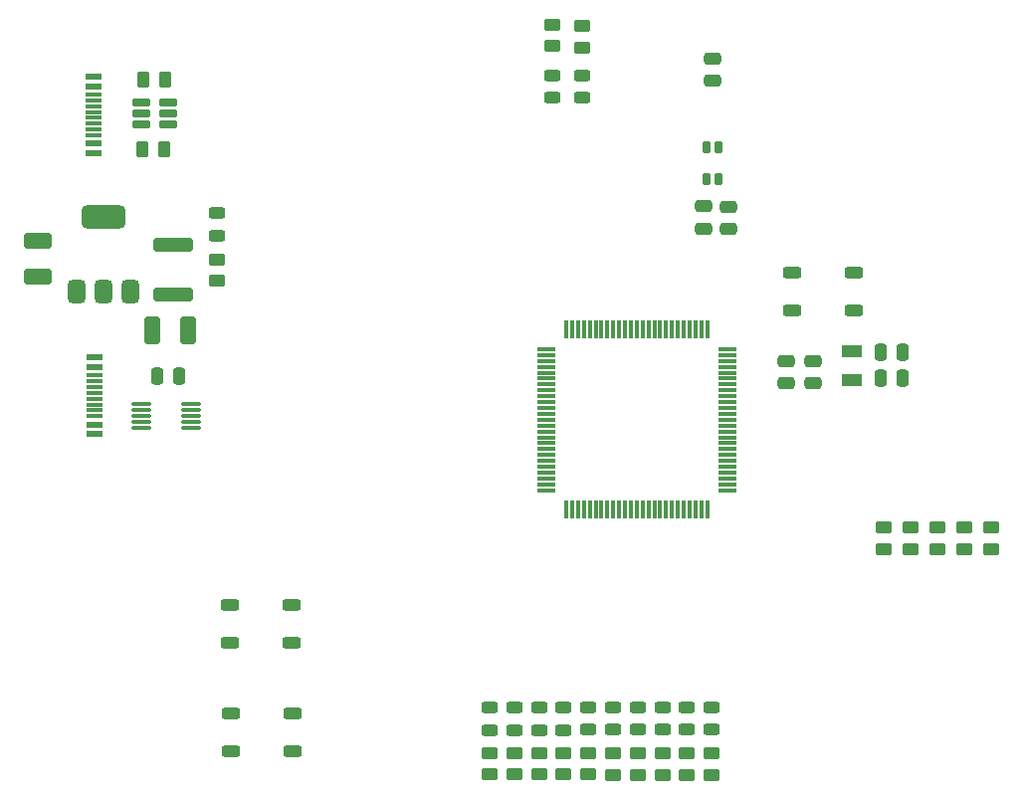
<source format=gbr>
%TF.GenerationSoftware,KiCad,Pcbnew,9.0.0*%
%TF.CreationDate,2025-05-20T14:46:27+04:00*%
%TF.ProjectId,_1921__015,1a313932-3112-4133-9031-352e6b696361,rev?*%
%TF.SameCoordinates,Original*%
%TF.FileFunction,Paste,Top*%
%TF.FilePolarity,Positive*%
%FSLAX46Y46*%
G04 Gerber Fmt 4.6, Leading zero omitted, Abs format (unit mm)*
G04 Created by KiCad (PCBNEW 9.0.0) date 2025-05-20 14:46:27*
%MOMM*%
%LPD*%
G01*
G04 APERTURE LIST*
G04 Aperture macros list*
%AMRoundRect*
0 Rectangle with rounded corners*
0 $1 Rounding radius*
0 $2 $3 $4 $5 $6 $7 $8 $9 X,Y pos of 4 corners*
0 Add a 4 corners polygon primitive as box body*
4,1,4,$2,$3,$4,$5,$6,$7,$8,$9,$2,$3,0*
0 Add four circle primitives for the rounded corners*
1,1,$1+$1,$2,$3*
1,1,$1+$1,$4,$5*
1,1,$1+$1,$6,$7*
1,1,$1+$1,$8,$9*
0 Add four rect primitives between the rounded corners*
20,1,$1+$1,$2,$3,$4,$5,0*
20,1,$1+$1,$4,$5,$6,$7,0*
20,1,$1+$1,$6,$7,$8,$9,0*
20,1,$1+$1,$8,$9,$2,$3,0*%
G04 Aperture macros list end*
%ADD10RoundRect,0.250000X-0.525000X-0.250000X0.525000X-0.250000X0.525000X0.250000X-0.525000X0.250000X0*%
%ADD11RoundRect,0.120000X-0.180000X0.430000X-0.180000X-0.430000X0.180000X-0.430000X0.180000X0.430000X0*%
%ADD12RoundRect,0.250000X-0.475000X0.250000X-0.475000X-0.250000X0.475000X-0.250000X0.475000X0.250000X0*%
%ADD13RoundRect,0.250000X-0.450000X0.262500X-0.450000X-0.262500X0.450000X-0.262500X0.450000X0.262500X0*%
%ADD14RoundRect,0.375000X0.375000X-0.625000X0.375000X0.625000X-0.375000X0.625000X-0.375000X-0.625000X0*%
%ADD15RoundRect,0.500000X1.400000X-0.500000X1.400000X0.500000X-1.400000X0.500000X-1.400000X-0.500000X0*%
%ADD16RoundRect,0.243750X-0.456250X0.243750X-0.456250X-0.243750X0.456250X-0.243750X0.456250X0.243750X0*%
%ADD17R,1.800000X1.000000*%
%ADD18RoundRect,0.250000X-0.262500X-0.450000X0.262500X-0.450000X0.262500X0.450000X-0.262500X0.450000X0*%
%ADD19RoundRect,0.243750X0.456250X-0.243750X0.456250X0.243750X-0.456250X0.243750X-0.456250X-0.243750X0*%
%ADD20RoundRect,0.250000X-0.250000X-0.475000X0.250000X-0.475000X0.250000X0.475000X-0.250000X0.475000X0*%
%ADD21R,1.450000X0.600000*%
%ADD22R,1.450000X0.300000*%
%ADD23RoundRect,0.075000X-0.075000X0.725000X-0.075000X-0.725000X0.075000X-0.725000X0.075000X0.725000X0*%
%ADD24RoundRect,0.075000X-0.725000X0.075000X-0.725000X-0.075000X0.725000X-0.075000X0.725000X0.075000X0*%
%ADD25RoundRect,0.250000X0.525000X0.250000X-0.525000X0.250000X-0.525000X-0.250000X0.525000X-0.250000X0*%
%ADD26RoundRect,0.250000X-0.925000X0.412500X-0.925000X-0.412500X0.925000X-0.412500X0.925000X0.412500X0*%
%ADD27RoundRect,0.250000X0.450000X-0.262500X0.450000X0.262500X-0.450000X0.262500X-0.450000X-0.262500X0*%
%ADD28RoundRect,0.075000X-0.737500X-0.075000X0.737500X-0.075000X0.737500X0.075000X-0.737500X0.075000X0*%
%ADD29RoundRect,0.250000X-1.450000X0.312500X-1.450000X-0.312500X1.450000X-0.312500X1.450000X0.312500X0*%
%ADD30RoundRect,0.250000X0.250000X0.475000X-0.250000X0.475000X-0.250000X-0.475000X0.250000X-0.475000X0*%
%ADD31RoundRect,0.250000X0.475000X-0.250000X0.475000X0.250000X-0.475000X0.250000X-0.475000X-0.250000X0*%
%ADD32RoundRect,0.150000X0.650000X0.150000X-0.650000X0.150000X-0.650000X-0.150000X0.650000X-0.150000X0*%
%ADD33RoundRect,0.250000X-0.412500X-0.925000X0.412500X-0.925000X0.412500X0.925000X-0.412500X0.925000X0*%
G04 APERTURE END LIST*
D10*
%TO.C,SW2*%
X118050000Y-100300000D03*
X123300000Y-100300000D03*
X118050000Y-103500000D03*
X123300000Y-103500000D03*
%TD*%
D11*
%TO.C,FL1*%
X159600000Y-61350000D03*
X159600000Y-64050000D03*
X158600000Y-64050000D03*
X158600000Y-61350000D03*
%TD*%
D12*
%TO.C,C16*%
X159100000Y-53750000D03*
X159100000Y-55650000D03*
%TD*%
D13*
%TO.C,R32*%
X152700000Y-112900000D03*
X152700000Y-114725000D03*
%TD*%
D14*
%TO.C,U4*%
X104950000Y-73577500D03*
X107250000Y-73577500D03*
D15*
X107250000Y-67277500D03*
D14*
X109550000Y-73577500D03*
%TD*%
D13*
%TO.C,R9*%
X175900000Y-93662500D03*
X175900000Y-95487500D03*
%TD*%
D16*
%TO.C,D12*%
X154800000Y-109000000D03*
X154800000Y-110875000D03*
%TD*%
D13*
%TO.C,R8*%
X178225000Y-93687500D03*
X178225000Y-95512500D03*
%TD*%
D17*
%TO.C,Y2*%
X170900000Y-78650000D03*
X170900000Y-81150000D03*
%TD*%
D13*
%TO.C,R39*%
X145400000Y-50887500D03*
X145400000Y-52712500D03*
%TD*%
D18*
%TO.C,R25*%
X110575000Y-61450000D03*
X112400000Y-61450000D03*
%TD*%
D19*
%TO.C,D20*%
X145400000Y-57075000D03*
X145400000Y-55200000D03*
%TD*%
D20*
%TO.C,C3*%
X173350000Y-78800000D03*
X175250000Y-78800000D03*
%TD*%
D16*
%TO.C,D10*%
X159000000Y-108975000D03*
X159000000Y-110850000D03*
%TD*%
D10*
%TO.C,SW1*%
X118100000Y-109500000D03*
X123350000Y-109500000D03*
X118100000Y-112700000D03*
X123350000Y-112700000D03*
%TD*%
D13*
%TO.C,R36*%
X144300000Y-112875000D03*
X144300000Y-114700000D03*
%TD*%
D21*
%TO.C,P3*%
X106395000Y-55320000D03*
X106395000Y-56120000D03*
D22*
X106395000Y-57320000D03*
X106395000Y-58320000D03*
X106395000Y-58820000D03*
X106395000Y-59820000D03*
D21*
X106395000Y-61020000D03*
X106395000Y-61820000D03*
X106395000Y-61820000D03*
X106395000Y-61020000D03*
D22*
X106395000Y-60320000D03*
X106395000Y-59320000D03*
X106395000Y-57820000D03*
X106395000Y-56820000D03*
D21*
X106395000Y-56120000D03*
X106395000Y-55320000D03*
%TD*%
D23*
%TO.C,\u041A1921\u0412\u0413015-1*%
X158625000Y-76825000D03*
X158125000Y-76825000D03*
X157625000Y-76825000D03*
X157125000Y-76825000D03*
X156625000Y-76825000D03*
X156125000Y-76825000D03*
X155625000Y-76825000D03*
X155125000Y-76825000D03*
X154625000Y-76825000D03*
X154125000Y-76825000D03*
X153625000Y-76825000D03*
X153125000Y-76825000D03*
X152625000Y-76825000D03*
X152125000Y-76825000D03*
X151625000Y-76825000D03*
X151125000Y-76825000D03*
X150625000Y-76825000D03*
X150125000Y-76825000D03*
X149625000Y-76825000D03*
X149125000Y-76825000D03*
X148625000Y-76825000D03*
X148125000Y-76825000D03*
X147625000Y-76825000D03*
X147125000Y-76825000D03*
X146625000Y-76825000D03*
D24*
X144950000Y-78500000D03*
X144950000Y-79000000D03*
X144950000Y-79500000D03*
X144950000Y-80000000D03*
X144950000Y-80500000D03*
X144950000Y-81000000D03*
X144950000Y-81500000D03*
X144950000Y-82000000D03*
X144950000Y-82500000D03*
X144950000Y-83000000D03*
X144950000Y-83500000D03*
X144950000Y-84000000D03*
X144950000Y-84500000D03*
X144950000Y-85000000D03*
X144950000Y-85500000D03*
X144950000Y-86000000D03*
X144950000Y-86500000D03*
X144950000Y-87000000D03*
X144950000Y-87500000D03*
X144950000Y-88000000D03*
X144950000Y-88500000D03*
X144950000Y-89000000D03*
X144950000Y-89500000D03*
X144950000Y-90000000D03*
X144950000Y-90500000D03*
D23*
X146625000Y-92175000D03*
X147125000Y-92175000D03*
X147625000Y-92175000D03*
X148125000Y-92175000D03*
X148625000Y-92175000D03*
X149125000Y-92175000D03*
X149625000Y-92175000D03*
X150125000Y-92175000D03*
X150625000Y-92175000D03*
X151125000Y-92175000D03*
X151625000Y-92175000D03*
X152125000Y-92175000D03*
X152625000Y-92175000D03*
X153125000Y-92175000D03*
X153625000Y-92175000D03*
X154125000Y-92175000D03*
X154625000Y-92175000D03*
X155125000Y-92175000D03*
X155625000Y-92175000D03*
X156125000Y-92175000D03*
X156625000Y-92175000D03*
X157125000Y-92175000D03*
X157625000Y-92175000D03*
X158125000Y-92175000D03*
X158625000Y-92175000D03*
D24*
X160300000Y-90500000D03*
X160300000Y-90000000D03*
X160300000Y-89500000D03*
X160300000Y-89000000D03*
X160300000Y-88500000D03*
X160300000Y-88000000D03*
X160300000Y-87500000D03*
X160300000Y-87000000D03*
X160300000Y-86500000D03*
X160300000Y-86000000D03*
X160300000Y-85500000D03*
X160300000Y-85000000D03*
X160300000Y-84500000D03*
X160300000Y-84000000D03*
X160300000Y-83500000D03*
X160300000Y-83000000D03*
X160300000Y-82500000D03*
X160300000Y-82000000D03*
X160300000Y-81500000D03*
X160300000Y-81000000D03*
X160300000Y-80500000D03*
X160300000Y-80000000D03*
X160300000Y-79500000D03*
X160300000Y-79000000D03*
X160300000Y-78500000D03*
%TD*%
D19*
%TO.C,D21*%
X148000000Y-57100000D03*
X148000000Y-55225000D03*
%TD*%
D13*
%TO.C,R4*%
X182775000Y-93687500D03*
X182775000Y-95512500D03*
%TD*%
%TO.C,R37*%
X142200000Y-112875000D03*
X142200000Y-114700000D03*
%TD*%
D25*
%TO.C,SW3*%
X171100000Y-75200000D03*
X165850000Y-75200000D03*
X171100000Y-72000000D03*
X165850000Y-72000000D03*
%TD*%
D21*
%TO.C,P1*%
X106515000Y-79205000D03*
X106515000Y-80005000D03*
D22*
X106515000Y-81205000D03*
X106515000Y-82205000D03*
X106515000Y-82705000D03*
X106515000Y-83705000D03*
D21*
X106515000Y-84905000D03*
X106515000Y-85705000D03*
X106515000Y-85705000D03*
X106515000Y-84905000D03*
D22*
X106515000Y-84205000D03*
X106515000Y-83205000D03*
X106515000Y-81705000D03*
X106515000Y-80705000D03*
D21*
X106515000Y-80005000D03*
X106515000Y-79205000D03*
%TD*%
D16*
%TO.C,D17*%
X142200000Y-109025000D03*
X142200000Y-110900000D03*
%TD*%
D13*
%TO.C,R31*%
X154800000Y-112887500D03*
X154800000Y-114712500D03*
%TD*%
D26*
%TO.C,C26*%
X101700000Y-69237500D03*
X101700000Y-72312500D03*
%TD*%
D27*
%TO.C,R23*%
X116900000Y-72700000D03*
X116900000Y-70875000D03*
%TD*%
D13*
%TO.C,R38*%
X140100000Y-112852500D03*
X140100000Y-114677500D03*
%TD*%
D27*
%TO.C,R5*%
X173600000Y-95500000D03*
X173600000Y-93675000D03*
%TD*%
D13*
%TO.C,R29*%
X159000000Y-112887500D03*
X159000000Y-114712500D03*
%TD*%
D16*
%TO.C,D16*%
X144300000Y-109020000D03*
X144300000Y-110895000D03*
%TD*%
D13*
%TO.C,R35*%
X146400000Y-112875000D03*
X146400000Y-114700000D03*
%TD*%
D16*
%TO.C,D14*%
X150600000Y-109000000D03*
X150600000Y-110875000D03*
%TD*%
%TO.C,D6*%
X116900000Y-66937500D03*
X116900000Y-68812500D03*
%TD*%
D28*
%TO.C,U1*%
X110500000Y-83175000D03*
X110500000Y-83675000D03*
X110500000Y-84175000D03*
X110500000Y-84675000D03*
X110500000Y-85175000D03*
X114725000Y-85175000D03*
X114725000Y-84675000D03*
X114725000Y-84175000D03*
X114725000Y-83675000D03*
X114725000Y-83175000D03*
%TD*%
D29*
%TO.C,F1*%
X113200000Y-69600000D03*
X113200000Y-73875000D03*
%TD*%
D30*
%TO.C,C28*%
X113700000Y-80775000D03*
X111800000Y-80775000D03*
%TD*%
D16*
%TO.C,D18*%
X140100000Y-109025000D03*
X140100000Y-110900000D03*
%TD*%
%TO.C,D19*%
X148500000Y-109000000D03*
X148500000Y-110875000D03*
%TD*%
D12*
%TO.C,C22*%
X160440000Y-66380000D03*
X160440000Y-68280000D03*
%TD*%
D16*
%TO.C,D15*%
X146400000Y-109025000D03*
X146400000Y-110900000D03*
%TD*%
%TO.C,D11*%
X156900000Y-108975000D03*
X156900000Y-110850000D03*
%TD*%
D13*
%TO.C,R7*%
X180475000Y-93687500D03*
X180475000Y-95512500D03*
%TD*%
%TO.C,R30*%
X156900000Y-112900000D03*
X156900000Y-114725000D03*
%TD*%
D31*
%TO.C,C13*%
X167600000Y-81400000D03*
X167600000Y-79500000D03*
%TD*%
D13*
%TO.C,R40*%
X148000000Y-50987500D03*
X148000000Y-52812500D03*
%TD*%
D31*
%TO.C,C12*%
X165300000Y-81400000D03*
X165300000Y-79500000D03*
%TD*%
D18*
%TO.C,R24*%
X110675000Y-55600000D03*
X112500000Y-55600000D03*
%TD*%
D13*
%TO.C,R34*%
X148500000Y-112875000D03*
X148500000Y-114700000D03*
%TD*%
D20*
%TO.C,C4*%
X173350000Y-81000000D03*
X175250000Y-81000000D03*
%TD*%
D32*
%TO.C,U8*%
X112800000Y-59400000D03*
X112800000Y-58450000D03*
X112800000Y-57500000D03*
X110500000Y-57500000D03*
X110500000Y-58450000D03*
X110500000Y-59400000D03*
%TD*%
D12*
%TO.C,C21*%
X158270000Y-66340000D03*
X158270000Y-68240000D03*
%TD*%
D16*
%TO.C,D13*%
X152700000Y-109000000D03*
X152700000Y-110875000D03*
%TD*%
D33*
%TO.C,C27*%
X111362500Y-76875000D03*
X114437500Y-76875000D03*
%TD*%
D13*
%TO.C,R33*%
X150600000Y-112887500D03*
X150600000Y-114712500D03*
%TD*%
M02*

</source>
